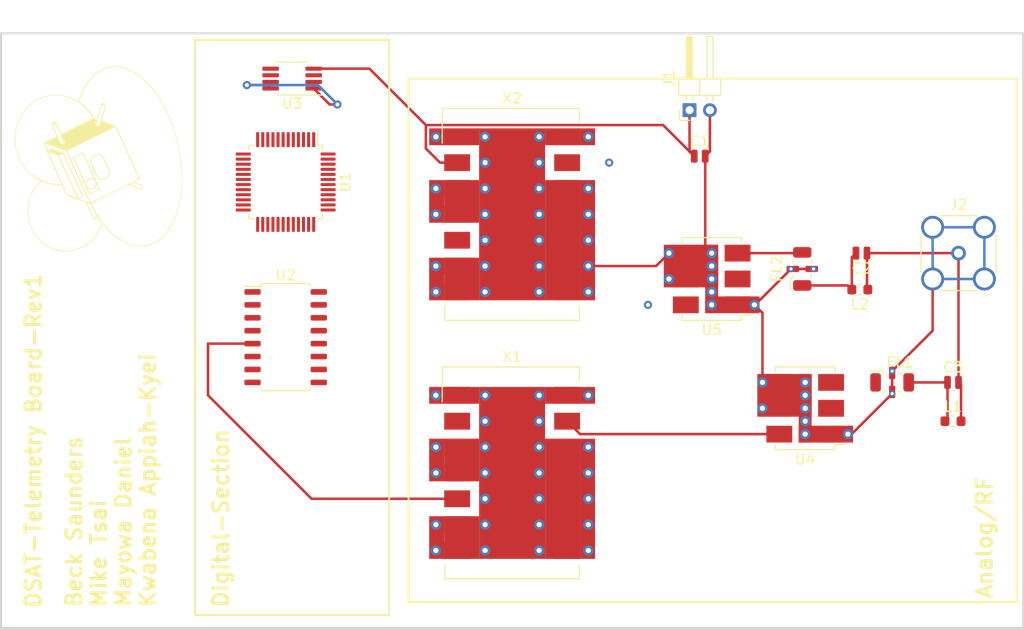
<source format=kicad_pcb>
(kicad_pcb (version 20211014) (generator pcbnew)
  (layers (0 "F.Cu" signal) (31 "B.Cu" signal) (34 "B.Paste" user) (35 "F.Paste" user) (36 "B.SilkS" user "B.Silkscreen") (37 "F.SilkS" user "F.Silkscreen") (38 "B.Mask" user) (39 "F.Mask" user) (44 "Edge.Cuts" user))
  (net 0 "")
  (net 1 "GND")
  (net 2 "Net-(FL1-Pad1)")
  (net 3 "Net-(U3-Pad5)")
  (net 4 "Net-(FL2-Pad3)")
  (net 5 "Net-(U5-Pad6)")
  (net 6 "VCC")
  (net 7 "Net-(U2-Pad5)")
  (net 8 "Net-(U2-Pad12)")
  (net 18 "Net-(U1-Pad10)")
  (net 19 "Net-(U1-Pad37)")
  (net 20 "Net-(U1-Pad38)")
  (net 65 "Net-(C3-Pad1)")
  (net 66 "Net-(C2-Pad1)")
  (net 67 "Net-(FL2-Pad1)")
  (net 68 "Net-(U4-Pad6)")
  (footprint "Filter:Filter_Mini-Circuits_FV1206" (layer "F.Cu") (at 198.66 108.865 90)
    (fp_text reference "FL2" (at 0 -2.5 90) (layer "F.SilkS"))
    (fp_text value "Duplexer")
    (pad "1" smd roundrect (at -1.625 0 90) (size 1.04 1.8) (layers "F.Cu" "F.Paste" "F.Mask") (roundrect_rratio 0.24) (net 67 "Net-(FL2-Pad1)"))
    (pad "2" smd roundrect (at 0 0.9275 90) (size 0.61 1.245) (layers "F.Cu" "F.Paste" "F.Mask") (net 1 "GND"))
    (pad "2" thru_hole circle (at 0 1.105 90) (size 0.61 0.61) (drill 0.3) (layers *.Cu *.Mask) (net 1 "GND"))
    (pad "3" smd roundrect (at 1.625 0 90) (size 1.04 1.8) (layers "F.Cu" "F.Paste" "F.Mask") (roundrect_rratio 0.24) (net 4 "Net-(FL2-Pad3)"))
    (pad "4" thru_hole circle (at 0 -1.105 90) (size 0.61 0.61) (drill 0.3) (layers *.Cu *.Mask) (net 1 "GND"))
    (pad "4" smd roundrect (at 0 -0.9275 90) (size 0.61 1.245) (layers "F.Cu" "F.Paste" "F.Mask") (net 1 "GND"))
  )
  (footprint "Package_QFP:LQFP-48_7x7mm_P0.5mm" (layer "F.Cu") (at 147.955 100.33 -90)
    (fp_text reference "U1" (at 0 -5.85 90) (layer "F.SilkS"))
    (fp_text value "STM32F030C6Tx")
    (pad "1" smd roundrect (at -4.1625 -2.75 270) (size 1.475 0.3) (layers "F.Cu" "F.Paste" "F.Mask") (net 6 "VCC"))
    (pad "2" smd roundrect (at -4.1625 -2.25 270) (size 1.475 0.3) (layers "F.Cu" "F.Paste" "F.Mask"))
    (pad "3" smd roundrect (at -4.1625 -1.75 270) (size 1.475 0.3) (layers "F.Cu" "F.Paste" "F.Mask"))
    (pad "4" smd roundrect (at -4.1625 -1.25 270) (size 1.475 0.3) (layers "F.Cu" "F.Paste" "F.Mask"))
    (pad "5" smd roundrect (at -4.1625 -0.75 270) (size 1.475 0.3) (layers "F.Cu" "F.Paste" "F.Mask"))
    (pad "6" smd roundrect (at -4.1625 -0.25 270) (size 1.475 0.3) (layers "F.Cu" "F.Paste" "F.Mask"))
    (pad "7" smd roundrect (at -4.1625 0.25 270) (size 1.475 0.3) (layers "F.Cu" "F.Paste" "F.Mask"))
    (pad "8" smd roundrect (at -4.1625 0.75 270) (size 1.475 0.3) (layers "F.Cu" "F.Paste" "F.Mask"))
    (pad "9" smd roundrect (at -4.1625 1.25 270) (size 1.475 0.3) (layers "F.Cu" "F.Paste" "F.Mask"))
    (pad "10" smd roundrect (at -4.1625 1.75 270) (size 1.475 0.3) (layers "F.Cu" "F.Paste" "F.Mask") (net 18 "Net-(U1-Pad10)"))
    (pad "11" smd roundrect (at -4.1625 2.25 270) (size 1.475 0.3) (layers "F.Cu" "F.Paste" "F.Mask"))
    (pad "12" smd roundrect (at -4.1625 2.75 270) (size 1.475 0.3) (layers "F.Cu" "F.Paste" "F.Mask"))
    (pad "13" smd roundrect (at -2.75 4.1625 270) (size 0.3 1.475) (layers "F.Cu" "F.Paste" "F.Mask"))
    (pad "14" smd roundrect (at -2.25 4.1625 270) (size 0.3 1.475) (layers "F.Cu" "F.Paste" "F.Mask"))
    (pad "15" smd roundrect (at -1.75 4.1625 270) (size 0.3 1.475) (layers "F.Cu" "F.Paste" "F.Mask"))
    (pad "16" smd roundrect (at -1.25 4.1625 270) (size 0.3 1.475) (layers "F.Cu" "F.Paste" "F.Mask"))
    (pad "17" smd roundrect (at -0.75 4.1625 270) (size 0.3 1.475) (layers "F.Cu" "F.Paste" "F.Mask"))
    (pad "18" smd roundrect (at -0.25 4.1625 270) (size 0.3 1.475) (layers "F.Cu" "F.Paste" "F.Mask"))
    (pad "19" smd roundrect (at 0.25 4.1625 270) (size 0.3 1.475) (layers "F.Cu" "F.Paste" "F.Mask"))
    (pad "20" smd roundrect (at 0.75 4.1625 270) (size 0.3 1.475) (layers "F.Cu" "F.Paste" "F.Mask"))
    (pad "21" smd roundrect (at 1.25 4.1625 270) (size 0.3 1.475) (layers "F.Cu" "F.Paste" "F.Mask"))
    (pad "22" smd roundrect (at 1.75 4.1625 270) (size 0.3 1.475) (layers "F.Cu" "F.Paste" "F.Mask"))
    (pad "23" smd roundrect (at 2.25 4.1625 270) (size 0.3 1.475) (layers "F.Cu" "F.Paste" "F.Mask"))
    (pad "24" smd roundrect (at 2.75 4.1625 270) (size 0.3 1.475) (layers "F.Cu" "F.Paste" "F.Mask"))
    (pad "25" smd roundrect (at 4.1625 2.75 270) (size 1.475 0.3) (layers "F.Cu" "F.Paste" "F.Mask"))
    (pad "26" smd roundrect (at 4.1625 2.25 270) (size 1.475 0.3) (layers "F.Cu" "F.Paste" "F.Mask"))
    (pad "27" smd roundrect (at 4.1625 1.75 270) (size 1.475 0.3) (layers "F.Cu" "F.Paste" "F.Mask"))
    (pad "28" smd roundrect (at 4.1625 1.25 270) (size 1.475 0.3) (layers "F.Cu" "F.Paste" "F.Mask"))
    (pad "29" smd roundrect (at 4.1625 0.75 270) (size 1.475 0.3) (layers "F.Cu" "F.Paste" "F.Mask"))
    (pad "30" smd roundrect (at 4.1625 0.25 270) (size 1.475 0.3) (layers "F.Cu" "F.Paste" "F.Mask"))
    (pad "31" smd roundrect (at 4.1625 -0.25 270) (size 1.475 0.3) (layers "F.Cu" "F.Paste" "F.Mask"))
    (pad "32" smd roundrect (at 4.1625 -0.75 270) (size 1.475 0.3) (layers "F.Cu" "F.Paste" "F.Mask"))
    (pad "33" smd roundrect (at 4.1625 -1.25 270) (size 1.475 0.3) (layers "F.Cu" "F.Paste" "F.Mask"))
    (pad "34" smd roundrect (at 4.1625 -1.75 270) (size 1.475 0.3) (layers "F.Cu" "F.Paste" "F.Mask"))
    (pad "35" smd roundrect (at 4.1625 -2.25 270) (size 1.475 0.3) (layers "F.Cu" "F.Paste" "F.Mask"))
    (pad "36" smd roundrect (at 4.1625 -2.75 270) (size 1.475 0.3) (layers "F.Cu" "F.Paste" "F.Mask"))
    (pad "37" smd roundrect (at 2.75 -4.1625 270) (size 0.3 1.475) (layers "F.Cu" "F.Paste" "F.Mask") (net 19 "Net-(U1-Pad37)"))
    (pad "38" smd roundrect (at 2.25 -4.1625 270) (size 0.3 1.475) (layers "F.Cu" "F.Paste" "F.Mask") (net 20 "Net-(U1-Pad38)"))
    (pad "39" smd roundrect (at 1.75 -4.1625 270) (size 0.3 1.475) (layers "F.Cu" "F.Paste" "F.Mask"))
    (pad "40" smd roundrect (at 1.25 -4.1625 270) (size 0.3 1.475) (layers "F.Cu" "F.Paste" "F.Mask"))
    (pad "41" smd roundrect (at 0.75 -4.1625 270) (size 0.3 1.475) (layers "F.Cu" "F.Paste" "F.Mask"))
    (pad "42" smd roundrect (at 0.25 -4.1625 270) (size 0.3 1.475) (layers "F.Cu" "F.Paste" "F.Mask"))
    (pad "43" smd roundrect (at -0.25 -4.1625 270) (size 0.3 1.475) (layers "F.Cu" "F.Paste" "F.Mask"))
    (pad "44" smd roundrect (at -0.75 -4.1625 270) (size 0.3 1.475) (layers "F.Cu" "F.Paste" "F.Mask"))
    (pad "45" smd roundrect (at -1.25 -4.1625 270) (size 0.3 1.475) (layers "F.Cu" "F.Paste" "F.Mask"))
    (pad "46" smd roundrect (at -1.75 -4.1625 270) (size 0.3 1.475) (layers "F.Cu" "F.Paste" "F.Mask"))
    (pad "47" smd roundrect (at -2.25 -4.1625 270) (size 0.3 1.475) (layers "F.Cu" "F.Paste" "F.Mask"))
    (pad "48" smd roundrect (at -2.75 -4.1625 270) (size 0.3 1.475) (layers "F.Cu" "F.Paste" "F.Mask"))
  )
  (footprint "RF_Mini-Circuits:Mini-Circuits_CD542_LandPatternPL-052" (layer "F.Cu") (at 189.77 109.855 180)
    (fp_text reference "U5" (at 0 -5) (layer "F.SilkS"))
    (fp_text value "Mixer")
    (pad "1" smd rect (at -2.032 -2.54 180) (size 5.334 1.651) (layers "F.Cu") (net 1 "GND"))
    (pad "1" thru_hole circle (at 0 -1.27 180) (size 1.016 1.016) (drill 0.508) (layers *.Cu) (net 1 "GND"))
    (pad "1" thru_hole circle (at 0 -2.54 180) (size 1.016 1.016) (drill 0.508) (layers *.Cu) (net 1 "GND"))
    (pad "1" smd rect (at 0 0 180) (size 1.27 6.731) (layers "F.Cu") (net 1 "GND"))
    (pad "1" thru_hole circle (at -4.191 -2.54 180) (size 1.016 1.016) (drill 0.508) (layers *.Cu) (net 1 "GND"))
    (pad "1" thru_hole circle (at 0 0 180) (size 1.016 1.016) (drill 0.508) (layers *.Cu) (net 1 "GND"))
    (pad "1" thru_hole circle (at 0 1.27 180) (size 1.016 1.016) (drill 0.508) (layers *.Cu) (net 1 "GND"))
    (pad "1" thru_hole circle (at 0 2.54 180) (size 1.016 1.016) (drill 0.508) (layers *.Cu) (net 1 "GND"))
    (pad "1" smd rect (at -2.54 -2.54 180) (size 2.54 1.651) (layers "F.Cu" "F.Paste" "F.Mask") (net 1 "GND"))
    (pad "2" smd rect (at -2.54 0 180) (size 2.54 1.651) (layers "F.Cu" "F.Paste" "F.Mask") (net 3 "Net-(U3-Pad5)") (clearance 0.635))
    (pad "3" smd rect (at -2.54 2.54 180) (size 2.54 1.651) (layers "F.Cu" "F.Paste" "F.Mask") (net 4 "Net-(FL2-Pad3)") (clearance 0.635))
    (pad "4" smd rect (at 2.54 2.54 180) (size 2.54 1.651) (layers "F.Cu" "F.Paste" "F.Mask") (net 1 "GND"))
    (pad "4" thru_hole circle (at 4.191 2.54 180) (size 1.016 1.016) (drill 0.508) (layers *.Cu) (net 1 "GND"))
    (pad "4" smd rect (at 2.032 1.27 180) (size 5.334 4.191) (layers "F.Cu") (net 1 "GND"))
    (pad "5" thru_hole circle (at 4.191 0 180) (size 1.016 1.016) (drill 0.508) (layers *.Cu) (net 1 "GND"))
    (pad "5" smd rect (at 2.54 0 180) (size 2.54 1.651) (layers "F.Cu" "F.Paste" "F.Mask") (net 1 "GND"))
    (pad "6" smd rect (at 2.54 -2.54 180) (size 2.54 1.651) (layers "F.Cu" "F.Paste" "F.Mask") (net 5 "Net-(U5-Pad6)") (clearance 0.635))
  )
  (footprint "Capacitor_SMD:C_0504_1310Metric" (layer "F.Cu") (at 204.47 107.315 180)
    (fp_text reference "C2" (at 0 -1.49) (layer "F.SilkS"))
    (fp_text value "C")
    (pad "1" smd roundrect (at -0.54 0 180) (size 0.66 1.28) (layers "F.Cu" "F.Paste" "F.Mask") (net 66 "Net-(C2-Pad1)"))
    (pad "2" smd roundrect (at 0.54 0 180) (size 0.66 1.28) (layers "F.Cu" "F.Paste" "F.Mask") (net 67 "Net-(FL2-Pad1)"))
  )
  (footprint "Capacitor_SMD:C_0504_1310Metric" (layer "F.Cu") (at 213.455 120.015)
    (fp_text reference "C3" (at 0 -1.49) (layer "F.SilkS"))
    (fp_text value "C")
    (pad "1" smd roundrect (at -0.54 0) (size 0.66 1.28) (layers "F.Cu" "F.Paste" "F.Mask") (net 65 "Net-(C3-Pad1)"))
    (pad "2" smd roundrect (at 0.54 0) (size 0.66 1.28) (layers "F.Cu" "F.Paste" "F.Mask") (net 66 "Net-(C2-Pad1)"))
  )
  (footprint "Connector_Coaxial:SMA_Amphenol_132134-14_Vertical" (layer "F.Cu") (at 213.995 107.315)
    (fp_text reference "J2" (at 0 -4.75) (layer "F.SilkS"))
    (fp_text value "SMA_Connector")
    (pad "1" thru_hole circle (at 0 0) (size 1.44 1.44) (drill 0.89) (layers *.Cu *.Mask) (net 66 "Net-(C2-Pad1)"))
    (pad "2" thru_hole circle (at -2.54 2.54) (size 2.25 2.25) (drill 1.7) (layers *.Cu *.Mask) (net 1 "GND"))
    (pad "2" thru_hole circle (at -2.54 -2.54) (size 2.25 2.25) (drill 1.7) (layers *.Cu *.Mask) (net 1 "GND"))
    (pad "2" thru_hole circle (at 2.54 -2.54) (size 2.25 2.25) (drill 1.7) (layers *.Cu *.Mask) (net 1 "GND"))
    (pad "2" thru_hole circle (at 2.54 2.54) (size 2.25 2.25) (drill 1.7) (layers *.Cu *.Mask) (net 1 "GND"))
  )
  (footprint "RF_Mini-Circuits:Mini-Circuits_CD542_LandPatternPL-052" (layer "F.Cu") (at 198.945 122.555 180)
    (fp_text reference "U4" (at 0 -5) (layer "F.SilkS"))
    (fp_text value "Mixer")
    (pad "1" thru_hole circle (at -4.191 -2.54 180) (size 1.016 1.016) (drill 0.508) (layers *.Cu) (net 1 "GND"))
    (pad "1" thru_hole circle (at 0 -1.27 180) (size 1.016 1.016) (drill 0.508) (layers *.Cu) (net 1 "GND"))
    (pad "1" smd rect (at -2.032 -2.54 180) (size 5.334 1.651) (layers "F.Cu") (net 1 "GND"))
    (pad "1" thru_hole circle (at 0 1.27 180) (size 1.016 1.016) (drill 0.508) (layers *.Cu) (net 1 "GND"))
    (pad "1" thru_hole circle (at 0 -2.54 180) (size 1.016 1.016) (drill 0.508) (layers *.Cu) (net 1 "GND"))
    (pad "1" thru_hole circle (at 0 0 180) (size 1.016 1.016) (drill 0.508) (layers *.Cu) (net 1 "GND"))
    (pad "1" thru_hole circle (at 0 2.54 180) (size 1.016 1.016) (drill 0.508) (layers *.Cu) (net 1 "GND"))
    (pad "1" smd rect (at 0 0 180) (size 1.27 6.731) (layers "F.Cu") (net 1 "GND"))
    (pad "1" smd rect (at -2.54 -2.54 180) (size 2.54 1.651) (layers "F.Cu" "F.Paste" "F.Mask") (net 1 "GND"))
    (pad "2" smd rect (at -2.54 0 180) (size 2.54 1.651) (layers "F.Cu" "F.Paste" "F.Mask") (net 68 "Net-(U4-Pad6)") (clearance 0.635))
    (pad "3" smd rect (at -2.54 2.54 180) (size 2.54 1.651) (layers "F.Cu" "F.Paste" "F.Mask") (net 2 "Net-(FL1-Pad1)") (clearance 0.635))
    (pad "4" smd rect (at 2.032 1.27 180) (size 5.334 4.191) (layers "F.Cu") (net 1 "GND"))
    (pad "4" smd rect (at 2.54 2.54 180) (size 2.54 1.651) (layers "F.Cu" "F.Paste" "F.Mask") (net 1 "GND"))
    (pad "4" thru_hole circle (at 4.191 2.54 180) (size 1.016 1.016) (drill 0.508) (layers *.Cu) (net 1 "GND"))
    (pad "5" smd rect (at 2.54 0 180) (size 2.54 1.651) (layers "F.Cu" "F.Paste" "F.Mask") (net 1 "GND"))
    (pad "5" thru_hole circle (at 4.191 0 180) (size 1.016 1.016) (drill 0.508) (layers *.Cu) (net 1 "GND"))
    (pad "6" smd rect (at 2.54 -2.54 180) (size 2.54 1.651) (layers "F.Cu" "F.Paste" "F.Mask") (net 68 "Net-(U4-Pad6)") (clearance 0.635))
  )
  (footprint "Logos:Logo" (layer "F.Cu") (at 129.54 97.79 90)
    (fp_text reference "G***" hide)
    (fp_text value "LOGO" hide)
  )
  (footprint "RF_Mini-Circuits:Mini-Circuits_BK377_LandPatternPL-005" (layer "F.Cu") (at 170.18 128.905)
    (fp_text reference "X1" (at 0 -11.4) (layer "F.SilkS"))
    (fp_text value "VCO")
    (pad "1" thru_hole circle (at 7.4803 5.08) (size 1.016 1.016) (drill 0.508) (layers *.Cu) (net 1 "GND"))
    (pad "1" smd rect (at 4.953 2.54) (size 3.429 11.811) (layers "F.Cu") (net 1 "GND"))
    (pad "1" smd rect (at -4.953 -7.62) (size 3.429 1.651) (layers "F.Cu") (net 1 "GND"))
    (pad "1" thru_hole circle (at 7.4803 -7.62) (size 1.016 1.016) (drill 0.508) (layers *.Cu) (net 1 "GND"))
    (pad "1" thru_hole circle (at -7.4803 0) (size 1.016 1.016) (drill 0.508) (layers *.Cu) (net 1 "GND"))
    (pad "1" thru_hole circle (at 7.4803 2.54) (size 1.016 1.016) (drill 0.508) (layers *.Cu) (net 1 "GND"))
    (pad "1" thru_hole circle (at 2.6543 0) (size 1.016 1.016) (drill 0.508) (layers *.Cu) (net 1 "GND"))
    (pad "1" thru_hole circle (at 2.6543 -5.08) (size 1.016 1.016) (drill 0.508) (layers *.Cu) (net 1 "GND"))
    (pad "1" thru_hole circle (at 7.4803 0) (size 1.016 1.016) (drill 0.508) (layers *.Cu) (net 1 "GND"))
    (pad "1" thru_hole circle (at -2.6543 0) (size 1.016 1.016) (drill 0.508) (layers *.Cu) (net 1 "GND"))
    (pad "1" thru_hole circle (at 2.6543 2.54) (size 1.016 1.016) (drill 0.508) (layers *.Cu) (net 1 "GND"))
    (pad "1" smd rect (at -6.6675 -7.62) (size 2.54 1.651) (drill (offset 1.27 0)) (layers "F.Cu" "F.Paste" "F.Mask") (net 1 "GND"))
    (pad "1" thru_hole circle (at 2.6543 -2.54) (size 1.016 1.016) (drill 0.508) (layers *.Cu) (net 1 "GND"))
    (pad "1" thru_hole circle (at -7.4803 5.08) (size 1.016 1.016) (drill 0.508) (layers *.Cu) (net 1 "GND"))
    (pad "1" thru_hole circle (at -7.4803 -7.62) (size 1.016 1.016) (drill 0.508) (layers *.Cu) (net 1 "GND"))
    (pad "1" smd rect (at 4.953 -7.62) (size 3.429 1.651) (layers "F.Cu") (net 1 "GND"))
    (pad "1" smd rect (at -4.953 -1.27) (size 3.429 4.191) (layers "F.Cu") (net 1 "GND"))
    (pad "1" smd rect (at 7.4041 2.54) (size 1.4732 11.811) (layers "F.Cu") (net 1 "GND"))
    (pad "1" thru_hole circle (at -7.4803 7.62) (size 1.016 1.016) (drill 0.508) (layers *.Cu) (net 1 "GND"))
    (pad "1" thru_hole circle (at 2.6543 -7.62) (size 1.016 1.016) (drill 0.508) (layers *.Cu) (net 1 "GND"))
    (pad "1" thru_hole circle (at 2.6543 7.62) (size 1.016 1.016) (drill 0.508) (layers *.Cu) (net 1 "GND"))
    (pad "1" thru_hole circle (at -2.6543 5.08) (size 1.016 1.016) (drill 0.508) (layers *.Cu) (net 1 "GND"))
    (pad "1" smd rect (at 7.4041 -7.62) (size 1.4732 1.651) (layers "F.Cu") (net 1 "GND"))
    (pad "1" smd rect (at -7.4041 -7.62) (size 1.4732 1.651) (layers "F.Cu") (net 1 "GND"))
    (pad "1" thru_hole circle (at -2.6543 2.54) (size 1.016 1.016) (drill 0.508) (layers *.Cu) (net 1 "GND"))
    (pad "1" thru_hole circle (at -2.6543 -2.54) (size 1.016 1.016) (drill 0.508) (layers *.Cu) (net 1 "GND"))
    (pad "1" thru_hole circle (at 7.4803 7.62) (size 1.016 1.016) (drill 0.508) (layers *.Cu) (net 1 "GND"))
    (pad "1" smd rect (at -7.4041 -1.27) (size 1.4732 4.191) (layers "F.Cu") (net 1 "GND"))
    (pad "1" smd rect (at 0 0) (size 6.477 16.891) (layers "F.Cu") (net 1 "GND"))
    (pad "1" thru_hole circle (at -7.4803 -2.54) (size 1.016 1.016) (drill 0.508) (layers *.Cu) (net 1 "GND"))
    (pad "1" smd rect (at -7.4041 6.35) (size 1.4732 4.191) (layers "F.Cu") (net 1 "GND"))
    (pad "1" thru_hole circle (at 2.6543 5.08) (size 1.016 1.016) (drill 0.508) (layers *.Cu) (net 1 "GND"))
    (pad "1" thru_hole circle (at -2.6543 -7.62) (size 1.016 1.016) (drill 0.508) (layers *.Cu) (net 1 "GND"))
    (pad "1" smd rect (at -4.953 6.35) (size 3.429 4.191) (layers "F.Cu") (net 1 "GND"))
    (pad "1" thru_hole circle (at -2.6543 7.62) (size 1.016 1.016) (drill 0.508) (layers *.Cu) (net 1 "GND"))
    (pad "1" thru_hole circle (at 7.4803 -2.54) (size 1.016 1.016) (drill 0.508) (layers *.Cu) (net 1 "GND"))
    (pad "1" thru_hole circle (at -2.6543 -5.08) (size 1.016 1.016) (drill 0.508) (layers *.Cu) (net 1 "GND"))
    (pad "2" smd rect (at -5.3975 -5.08) (size 2.54 1.651) (layers "F.Cu" "F.Paste" "F.Mask") (net 6 "VCC") (clearance 0.889))
    (pad "3" smd rect (at -6.6675 -2.54) (size 2.54 1.651) (drill (offset 1.27 0)) (layers "F.Cu" "F.Paste" "F.Mask") (net 1 "GND"))
    (pad "4" smd rect (at -6.6675 0) (size 2.54 1.651) (drill (offset 1.27 0)) (layers "F.Cu" "F.Paste" "F.Mask") (net 1 "GND"))
    (pad "5" smd rect (at -5.3975 2.54) (size 2.54 1.651) (layers "F.Cu" "F.Paste" "F.Mask") (net 7 "Net-(U2-Pad5)") (clearance 0.889))
    (pad "6" smd rect (at -6.6675 5.08) (size 2.54 1.651) (drill (offset 1.27 0)) (layers "F.Cu" "F.Paste" "F.Mask") (net 1 "GND"))
    (pad "7" smd rect (at -6.6675 7.62) (size 2.54 1.651) (drill (offset 1.27 0)) (layers "F.Cu" "F.Paste" "F.Mask") (net 1 "GND"))
    (pad "8" smd rect (at 6.6675 7.62) (size 2.54 1.651) (drill (offset -1.27 0)) (layers "F.Cu" "F.Paste" "F.Mask") (net 1 "GND"))
    (pad "9" smd rect (at 6.6675 5.08) (size 2.54 1.651) (drill (offset -1.27 0)) (layers "F.Cu" "F.Paste" "F.Mask") (net 1 "GND"))
    (pad "10" smd rect (at 6.6675 2.54) (size 2.54 1.651) (drill (offset -1.27 0)) (layers "F.Cu" "F.Paste" "F.Mask") (net 1 "GND"))
    (pad "11" smd rect (at 6.6675 0) (size 2.54 1.651) (drill (offset -1.27 0)) (layers "F.Cu" "F.Paste" "F.Mask") (net 1 "GND"))
    (pad "12" smd rect (at 6.6675 -2.54) (size 2.54 1.651) (drill (offset -1.27 0)) (layers "F.Cu" "F.Paste" "F.Mask") (net 1 "GND"))
    (pad "13" smd rect (at 5.3975 -5.08) (size 2.54 1.651) (layers "F.Cu" "F.Paste" "F.Mask") (net 68 "Net-(U4-Pad6)") (clearance 0.889))
    (pad "14" smd rect (at 5.3975 -7.62) (size 2.54 1.651) (layers "F.Cu" "F.Paste" "F.Mask") (net 1 "GND"))
  )
  (footprint "RF_Mini-Circuits:Mini-Circuits_BK377_LandPatternPL-005" (layer "F.Cu") (at 170.18 103.505)
    (fp_text reference "X2" (at 0 -11.4) (layer "F.SilkS"))
    (fp_text value "VCO")
    (pad "1" smd rect (at 0 0) (size 6.477 16.891) (layers "F.Cu") (net 1 "GND"))
    (pad "1" thru_hole circle (at -7.4803 -7.62) (size 1.016 1.016) (drill 0.508) (layers *.Cu) (net 1 "GND"))
    (pad "1" smd rect (at 7.4041 2.54) (size 1.4732 11.811) (layers "F.Cu") (net 1 "GND"))
    (pad "1" thru_hole circle (at -2.6543 2.54) (size 1.016 1.016) (drill 0.508) (layers *.Cu) (net 1 "GND"))
    (pad "1" thru_hole circle (at -2.6543 -2.54) (size 1.016 1.016) (drill 0.508) (layers *.Cu) (net 1 "GND"))
    (pad "1" thru_hole circle (at -2.6543 0) (size 1.016 1.016) (drill 0.508) (layers *.Cu) (net 1 "GND"))
    (pad "1" smd rect (at -7.4041 -1.27) (size 1.4732 4.191) (layers "F.Cu") (net 1 "GND"))
    (pad "1" smd rect (at -6.6675 -7.62) (size 2.54 1.651) (drill (offset 1.27 0)) (layers "F.Cu" "F.Paste" "F.Mask") (net 1 "GND"))
    (pad "1" thru_hole circle (at -7.4803 5.08) (size 1.016 1.016) (drill 0.508) (layers *.Cu) (net 1 "GND"))
    (pad "1" smd rect (at -7.4041 -7.62) (size 1.4732 1.651) (layers "F.Cu") (net 1 "GND"))
    (pad "1" smd rect (at -4.953 6.35) (size 3.429 4.191) (layers "F.Cu") (net 1 "GND"))
    (pad "1" thru_hole circle (at 2.6543 -2.54) (size 1.016 1.016) (drill 0.508) (layers *.Cu) (net 1 "GND"))
    (pad "1" smd rect (at 4.953 2.54) (size 3.429 11.811) (layers "F.Cu") (net 1 "GND"))
    (pad "1" thru_hole circle (at 2.6543 -7.62) (size 1.016 1.016) (drill 0.508) (layers *.Cu) (net 1 "GND"))
    (pad "1" thru_hole circle (at 7.4803 -2.54) (size 1.016 1.016) (drill 0.508) (layers *.Cu) (net 1 "GND"))
    (pad "1" thru_hole circle (at -7.4803 0) (size 1.016 1.016) (drill 0.508) (layers *.Cu) (net 1 "GND"))
    (pad "1" thru_hole circle (at 2.6543 0) (size 1.016 1.016) (drill 0.508) (layers *.Cu) (net 1 "GND"))
    (pad "1" thru_hole circle (at 2.6543 2.54) (size 1.016 1.016) (drill 0.508) (layers *.Cu) (net 1 "GND"))
    (pad "1" thru_hole circle (at -7.4803 -2.54) (size 1.016 1.016) (drill 0.508) (layers *.Cu) (net 1 "GND"))
    (pad "1" smd rect (at -4.953 -7.62) (size 3.429 1.651) (layers "F.Cu") (net 1 "GND"))
    (pad "1" thru_hole circle (at 2.6543 7.62) (size 1.016 1.016) (drill 0.508) (layers *.Cu) (net 1 "GND"))
    (pad "1" thru_hole circle (at 7.4803 5.08) (size 1.016 1.016) (drill 0.508) (layers *.Cu) (net 1 "GND"))
    (pad "1" thru_hole circle (at -2.6543 7.62) (size 1.016 1.016) (drill 0.508) (layers *.Cu) (net 1 "GND"))
    (pad "1" smd rect (at 7.4041 -7.62) (size 1.4732 1.651) (layers "F.Cu") (net 1 "GND"))
    (pad "1" thru_hole circle (at 7.4803 7.62) (size 1.016 1.016) (drill 0.508) (layers *.Cu) (net 1 "GND"))
    (pad "1" smd rect (at -7.4041 6.35) (size 1.4732 4.191) (layers "F.Cu") (net 1 "GND"))
    (pad "1" smd rect (at 4.953 -7.62) (size 3.429 1.651) (layers "F.Cu") (net 1 "GND"))
    (pad "1" thru_hole circle (at -2.6543 -5.08) (size 1.016 1.016) (drill 0.508) (layers *.Cu) (net 1 "GND"))
    (pad "1" thru_hole circle (at -2.6543 -7.62) (size 1.016 1.016) (drill 0.508) (layers *.Cu) (net 1 "GND"))
    (pad "1" thru_hole circle (at 2.6543 5.08) (size 1.016 1.016) (drill 0.508) (layers *.Cu) (net 1 "GND"))
    (pad "1" thru_hole circle (at 7.4803 2.54) (size 1.016 1.016) (drill 0.508) (layers *.Cu) (net 1 "GND"))
    (pad "1" thru_hole circle (at 7.4803 0) (size 1.016 1.016) (drill 0.508) (layers *.Cu) (net 1 "GND"))
    (pad "1" thru_hole circle (at -2.6543 5.08) (size 1.016 1.016) (drill 0.508) (layers *.Cu) (net 1 "GND"))
    (pad "1" thru_hole circle (at 2.6543 -5.08) (size 1.016 1.016) (drill 0.508) (layers *.Cu) (net 1 "GND"))
    (pad "1" smd rect (at -4.953 -1.27) (size 3.429 4.191) (layers "F.Cu") (net 1 "GND"))
    (pad "1" thru_hole circle (at 7.4803 -7.62) (size 1.016 1.016) (drill 0.508) (layers *.Cu) (net 1 "GND"))
    (pad "1" thru_hole circle (at -7.4803 7.62) (size 1.016 1.016) (drill 0.508) (layers *.Cu) (net 1 "GND"))
    (pad "2" smd rect (at -5.3975 -5.08) (size 2.54 1.651) (layers "F.Cu" "F.Paste" "F.Mask") (net 6 "VCC") (clearance 0.889))
    (pad "3" smd rect (at -6.6675 -2.54) (size 2.54 1.651) (drill (offset 1.27 0)) (layers "F.Cu" "F.Paste" "F.Mask") (net 1 "GND"))
    (pad "4" smd rect (at -6.6675 0) (size 2.54 1.651) (drill (offset 1.27 0)) (layers "F.Cu" "F.Paste" "F.Mask") (net 1 "GND"))
    (pad "5" smd rect (at -5.3975 2.54) (size 2.54 1.651) (layers "F.Cu" "F.Paste" "F.Mask") (net 8 "Net-(U2-Pad12)") (clearance 0.889))
    (pad "6" smd rect (at -6.6675 5.08) (size 2.54 1.651) (drill (offset 1.27 0)) (layers "F.Cu" "F.Paste" "F.Mask") (net 1 "GND"))
    (pad "7" smd rect (at -6.6675 7.62) (size 2.54 1.651) (drill (offset 1.27 0)) (layers "F.Cu" "F.Paste" "F.Mask") (net 1 "GND"))
    (pad "8" smd rect (at 6.6675 7.62) (size 2.54 1.651) (drill (offset -1.27 0)) (layers "F.Cu" "F.Paste" "F.Mask") (net 1 "GND"))
    (pad "9" smd rect (at 6.6675 5.08) (size 2.54 1.651) (drill (offset -1.27 0)) (layers "F.Cu" "F.Paste" "F.Mask") (net 1 "GND"))
    (pad "10" smd rect (at 6.6675 2.54) (size 2.54 1.651) (drill (offset -1.27 0)) (layers "F.Cu" "F.Paste" "F.Mask") (net 1 "GND"))
    (pad "11" smd rect (at 6.6675 0) (size 2.54 1.651) (drill (offset -1.27 0)) (layers "F.Cu" "F.Paste" "F.Mask") (net 1 "GND"))
    (pad "12" smd rect (at 6.6675 -2.54) (size 2.54 1.651) (drill (offset -1.27 0)) (layers "F.Cu" "F.Paste" "F.Mask") (net 1 "GND"))
    (pad "13" smd rect (at 5.3975 -5.08) (size 2.54 1.651) (layers "F.Cu" "F.Paste" "F.Mask") (net 5 "Net-(U5-Pad6)") (clearance 0.889))
    (pad "14" smd rect (at 5.3975 -7.62) (size 2.54 1.651) (layers "F.Cu" "F.Paste" "F.Mask") (net 1 "GND"))
  )
  (footprint "Inductor_SMD:L_0603_1608Metric" (layer "F.Cu") (at 213.455 123.825)
    (fp_text reference "L1" (at 0 -1.43) (layer "F.SilkS"))
    (fp_text value "L")
    (pad "1" smd roundrect (at -0.7875 0) (size 0.875 0.95) (layers "F.Cu" "F.Paste" "F.Mask") (net 65 "Net-(C3-Pad1)"))
    (pad "2" smd roundrect (at 0.7875 0) (size 0.875 0.95) (layers "F.Cu" "F.Paste" "F.Mask") (net 66 "Net-(C2-Pad1)"))
  )
  (footprint "Capacitor_SMD:C_0504_1310Metric" (layer "F.Cu") (at 188.595 97.79)
    (fp_text reference "C1" (at 0 -1.49) (layer "F.SilkS"))
    (fp_text value "C")
    (pad "1" smd roundrect (at -0.54 0) (size 0.66 1.28) (layers "F.Cu" "F.Paste" "F.Mask") (net 6 "VCC"))
    (pad "2" smd roundrect (at 0.54 0) (size 0.66 1.28) (layers "F.Cu" "F.Paste" "F.Mask") (net 1 "GND"))
  )
  (footprint "Inductor_SMD:L_0603_1608Metric" (layer "F.Cu") (at 204.31 110.9 180)
    (fp_text reference "L2" (at 0 -1.43) (layer "F.SilkS"))
    (fp_text value "L")
    (pad "1" smd roundrect (at -0.7875 0 180) (size 0.875 0.95) (layers "F.Cu" "F.Paste" "F.Mask") (net 66 "Net-(C2-Pad1)"))
    (pad "2" smd roundrect (at 0.7875 0 180) (size 0.875 0.95) (layers "F.Cu" "F.Paste" "F.Mask") (net 67 "Net-(FL2-Pad1)"))
  )
  (footprint "Package_SO:MSOP-8_3x3mm_P0.65mm" (layer "F.Cu") (at 148.59 90.17 180)
    (fp_text reference "U3" (at 0 -2.45) (layer "F.SilkS"))
    (fp_text value "ADC")
    (pad "1" smd roundrect (at -2.1125 -0.975 180) (size 1.625 0.4) (layers "F.Cu" "F.Paste" "F.Mask") (net 1 "GND"))
    (pad "2" smd roundrect (at -2.1125 -0.325 180) (size 1.625 0.4) (layers "F.Cu" "F.Paste" "F.Mask") (net 1 "GND"))
    (pad "3" smd roundrect (at -2.1125 0.325 180) (size 1.625 0.4) (layers "F.Cu" "F.Paste" "F.Mask") (net 19 "Net-(U1-Pad37)"))
    (pad "4" smd roundrect (at -2.1125 0.975 180) (size 1.625 0.4) (layers "F.Cu" "F.Paste" "F.Mask") (net 6 "VCC"))
    (pad "5" smd roundrect (at 2.1125 0.975 180) (size 1.625 0.4) (layers "F.Cu" "F.Paste" "F.Mask") (net 3 "Net-(U3-Pad5)"))
    (pad "6" smd roundrect (at 2.1125 0.325 180) (size 1.625 0.4) (layers "F.Cu" "F.Paste" "F.Mask") (net 20 "Net-(U1-Pad38)"))
    (pad "7" smd roundrect (at 2.1125 -0.325 180) (size 1.625 0.4) (layers "F.Cu" "F.Paste" "F.Mask") (net 1 "GND"))
    (pad "8" smd roundrect (at 2.1125 -0.975 180) (size 1.625 0.4) (layers "F.Cu" "F.Paste" "F.Mask") (net 1 "GND"))
  )
  (footprint "Package_SO:SOIC-16_4.55x10.3mm_P1.27mm" (layer "F.Cu") (at 147.955 115.57)
    (fp_text reference "U2" (at 0 -6.1) (layer "F.SilkS"))
    (fp_text value "DAC08")
    (pad "1" smd roundrect (at -3.25 -4.445) (size 1.6 0.55) (layers "F.Cu" "F.Paste" "F.Mask"))
    (pad "2" smd roundrect (at -3.25 -3.175) (size 1.6 0.55) (layers "F.Cu" "F.Paste" "F.Mask"))
    (pad "3" smd roundrect (at -3.25 -1.905) (size 1.6 0.55) (layers "F.Cu" "F.Paste" "F.Mask") (net 1 "GND"))
    (pad "4" smd roundrect (at -3.25 -0.635) (size 1.6 0.55) (layers "F.Cu" "F.Paste" "F.Mask"))
    (pad "5" smd roundrect (at -3.25 0.635) (size 1.6 0.55) (layers "F.Cu" "F.Paste" "F.Mask") (net 7 "Net-(U2-Pad5)"))
    (pad "6" smd roundrect (at -3.25 1.905) (size 1.6 0.55) (layers "F.Cu" "F.Paste" "F.Mask"))
    (pad "7" smd roundrect (at -3.25 3.175) (size 1.6 0.55) (layers "F.Cu" "F.Paste" "F.Mask"))
    (pad "8" smd roundrect (at -3.25 4.445) (size 1.6 0.55) (layers "F.Cu" "F.Paste" "F.Mask"))
    (pad "9" smd roundrect (at 3.25 4.445) (size 1.6 0.55) (layers "F.Cu" "F.Paste" "F.Mask"))
    (pad "10" smd roundrect (at 3.25 3.175) (size 1.6 0.55) (layers "F.Cu" "F.Paste" "F.Mask"))
    (pad "11" smd roundrect (at 3.25 1.905) (size 1.6 0.55) (layers "F.Cu" "F.Paste" "F.Mask") (net 68 "Net-(U4-Pad6)"))
    (pad "12" smd roundrect (at 3.25 0.635) (size 1.6 0.55) (layers "F.Cu" "F.Paste" "F.Mask") (net 8 "Net-(U2-Pad12)"))
    (pad "13" smd roundrect (at 3.25 -0.635) (size 1.6 0.55) (layers "F.Cu" "F.Paste" "F.Mask") (net 6 "VCC"))
    (pad "14" smd roundrect (at 3.25 -1.905) (size 1.6 0.55) (layers "F.Cu" "F.Paste" "F.Mask"))
    (pad "15" smd roundrect (at 3.25 -3.175) (size 1.6 0.55) (layers "F.Cu" "F.Paste" "F.Mask") (net 18 "Net-(U1-Pad10)"))
    (pad "16" smd roundrect (at 3.25 -4.445) (size 1.6 0.55) (layers "F.Cu" "F.Paste" "F.Mask") (net 8 "Net-(U2-Pad12)"))
  )
  (footprint "Filter:Filter_Mini-Circuits_FV1206" (layer "F.Cu") (at 207.48 120.015)
    (fp_text reference "FL1" (at 0.765 -1.99) (layer "F.SilkS"))
    (fp_text value "Duplexer")
    (pad "1" smd roundrect (at -1.625 0) (size 1.04 1.8) (layers "F.Cu" "F.Paste" "F.Mask") (roundrect_rratio 0.24) (net 2 "Net-(FL1-Pad1)"))
    (pad "2" smd roundrect (at 0 0.9275) (size 0.61 1.245) (layers "F.Cu" "F.Paste" "F.Mask") (net 1 "GND"))
    (pad "2" thru_hole circle (at 0 1.105) (size 0.61 0.61) (drill 0.3) (layers *.Cu *.Mask) (net 1 "GND"))
    (pad "3" smd roundrect (at 1.625 0) (size 1.04 1.8) (layers "F.Cu" "F.Paste" "F.Mask") (roundrect_rratio 0.24) (net 65 "Net-(C3-Pad1)"))
    (pad "4" smd roundrect (at 0 -0.9275) (size 0.61 1.245) (layers "F.Cu" "F.Paste" "F.Mask") (net 1 "GND"))
    (pad "4" thru_hole circle (at 0 -1.105) (size 0.61 0.61) (drill 0.3) (layers *.Cu *.Mask) (net 1 "GND"))
  )
  (footprint "Connector_PinHeader_2.00mm:PinHeader_1x02_P2.00mm_Horizontal" (layer "F.Cu") (at 187.595 93.27 90)
    (fp_text reference "J1" (at 3.1 -2 90) (layer "F.SilkS"))
    (fp_text value "Conn_01x02_Female")
    (pad "1" thru_hole rect (at 0 0 90) (size 1.35 1.35) (drill 0.8) (layers *.Cu *.Mask) (net 6 "VCC"))
    (pad "2" thru_hole oval (at 0 2 90) (size 1.35 1.35) (drill 0.8) (layers *.Cu *.Mask) (net 1 "GND"))
  )
  (gr_rect (start 151.765 132.715) (end 151.765 132.715) (layer "F.Cu") (width 0.2) (fill none))
  (gr_rect (start 160.02 90.17) (end 219.71 141.605) (layer "F.SilkS") (width 0.2) (fill none))
  (gr_rect (start 158.115 142.875) (end 139.065 86.36) (layer "F.SilkS") (width 0.2) (fill none))
  (gr_rect (start 220.345 144.145) (end 120.015 85.725) (layer "Edge.Cuts") (width 0.2) (fill none))
  (gr_text "Digital-Section\n" (at 141.605 133.35 90) (layer "F.SilkS") (effects (font (size 1.5 1.5) (thickness 0.3))))
  (gr_text "DSAT-Telemetry Board-Rev1" (at 123.19 125.73 90) (layer "F.SilkS") (effects (font (size 1.5 1.5) (thickness 0.3))))
  (gr_text "Beck Saunders\nMike Tsai\nMayowa Daniel\nKwabena Appiah-Kyei" (at 130.81 142.24 90) (layer "F.SilkS") (effects (font (size 1.5 1.5) (thickness 0.3)) (justify left)))
  (gr_text "Analog/RF" (at 216.535 135.255 90) (layer "F.SilkS") (effects (font (size 1.5 1.5) (thickness 0.3))))
  (via (at 183.515 112.395) (size 0.8) (drill 0.4) (layers "F.Cu" "B.Cu") (net 0))
  (via (at 179.705 98.425) (size 0.8) (drill 0.4) (layers "F.Cu" "B.Cu") (net 0))
  (segment (start 194.025 112.395) (end 193.961 112.395) (width 0.25) (layer "F.Cu") (net 1))
  (segment (start 211.455 114.935) (end 207.645 118.745) (width 0.25) (layer "F.Cu") (net 1))
  (segment (start 185.579 107.315) (end 184.309 108.585) (width 0.25) (layer "F.Cu") (net 1))
  (segment (start 153.035 92.71) (end 152.2675 92.71) (width 0.25) (layer "F.Cu") (net 1))
  (segment (start 189.595 97.33) (end 189.135 97.79) (width 0.25) (layer "F.Cu") (net 1))
  (segment (start 199.765 108.865) (end 197.7325 108.865) (width 0.25) (layer "F.Cu") (net 1))
  (segment (start 184.309 108.585) (end 177.6603 108.585) (width 0.25) (layer "F.Cu") (net 1))
  (segment (start 189.135 97.79) (end 189.135 106.68) (width 0.25) (layer "F.Cu") (net 1))
  (segment (start 144.145 90.805) (end 146.1375 90.805) (width 0.25) (layer "F.Cu") (net 1))
  (segment (start 150.7025 91.145) (end 150.7025 90.495) (width 0.25) (layer "F.Cu") (net 1))
  (segment (start 194.754 113.188) (end 193.961 112.395) (width 0.25) (layer "F.Cu") (net 1))
  (segment (start 146.1375 90.805) (end 146.4775 91.145) (width 0.25) (layer "F.Cu") (net 1))
  (segment (start 152.2675 92.71) (end 150.7025 91.145) (width 0.25) (layer "F.Cu") (net 1))
  (segment (start 207.48 119.0875) (end 207.48 121.12) (width 0.25) (layer "F.Cu") (net 1))
  (segment (start 194.754 120.015) (end 194.754 113.188) (width 0.25) (layer "F.Cu") (net 1))
  (segment (start 207.48 118.91) (end 207.48 119.0875) (width 0.25) (layer "F.Cu") (net 1))
  (segment (start 207.48 121.12) (end 203.505 125.095) (width 0.25) (layer "F.Cu") (net 1))
  (segment (start 189.135 106.68) (end 189.77 107.315) (width 0.25) (layer "F.Cu") (net 1))
  (segment (start 197.555 108.865) (end 194.025 112.395) (width 0.25) (layer "F.Cu") (net 1))
  (segment (start 203.505 125.095) (end 203.136 125.095) (width 0.25) (layer "F.Cu") (net 1))
  (segment (start 211.455 109.855) (end 211.455 114.935) (width 0.25) (layer "F.Cu") (net 1))
  (segment (start 189.595 93.27) (end 189.595 97.33) (width 0.25) (layer "F.Cu") (net 1))
  (segment (start 207.645 118.745) (end 207.48 118.91) (width 0.25) (layer "F.Cu") (net 1))
  (via (at 153.035 92.71) (size 0.8) (drill 0.4) (layers "F.Cu" "B.Cu") (net 1))
  (via (at 144.145 90.805) (size 0.8) (drill 0.4) (layers "F.Cu" "B.Cu") (net 1))
  (segment (start 216.535 104.775) (end 211.455 104.775) (width 0.25) (layer "B.Cu") (net 1))
  (segment (start 216.535 109.855) (end 216.535 104.775) (width 0.25) (layer "B.Cu") (net 1))
  (segment (start 151.13 90.805) (end 144.145 90.805) (width 0.25) (layer "B.Cu") (net 1))
  (segment (start 153.035 92.71) (end 151.13 90.805) (width 0.25) (layer "B.Cu") (net 1))
  (segment (start 211.455 104.775) (end 211.455 109.855) (width 0.25) (layer "B.Cu") (net 1))
  (segment (start 211.455 109.855) (end 216.535 109.855) (width 0.25) (layer "B.Cu") (net 1))
  (segment (start 198.66 107.24) (end 198.585 107.315) (width 0.25) (layer "F.Cu") (net 4))
  (segment (start 198.585 107.315) (end 192.31 107.315) (width 0.25) (layer "F.Cu") (net 4))
  (segment (start 188.055 97.79) (end 184.9995 94.7345) (width 0.25) (layer "F.Cu") (net 6))
  (segment (start 156.1748 89.195) (end 161.7143 94.7345) (width 0.25) (layer "F.Cu") (net 6))
  (segment (start 161.7143 94.7345) (end 161.7143 97.0355) (width 0.25) (layer "F.Cu") (net 6))
  (segment (start 187.595 97.33) (end 188.055 97.79) (width 0.25) (layer "F.Cu") (net 6))
  (segment (start 163.1038 98.425) (end 164.7825 98.425) (width 0.25) (layer "F.Cu") (net 6))
  (segment (start 187.595 93.27) (end 187.595 97.33) (width 0.25) (layer "F.Cu") (net 6))
  (segment (start 161.7143 97.0355) (end 163.1038 98.425) (width 0.25) (layer "F.Cu") (net 6))
  (segment (start 184.9995 94.7345) (end 161.7143 94.7345) (width 0.25) (layer "F.Cu") (net 6))
  (segment (start 150.7025 89.195) (end 156.1748 89.195) (width 0.25) (layer "F.Cu") (net 6))
  (segment (start 150.495 131.445) (end 140.335 121.285) (width 0.25) (layer "F.Cu") (net 7))
  (segment (start 140.335 121.285) (end 140.335 116.205) (width 0.25) (layer "F.Cu") (net 7))
  (segment (start 164.7825 131.445) (end 150.495 131.445) (width 0.25) (layer "F.Cu") (net 7))
  (segment (start 140.335 116.205) (end 144.705 116.205) (width 0.25) (layer "F.Cu") (net 7))
  (segment (start 212.915 123.5775) (end 212.6675 123.825) (width 0.25) (layer "F.Cu") (net 65))
  (segment (start 212.915 120.015) (end 212.915 123.5775) (width 0.25) (layer "F.Cu") (net 65))
  (segment (start 212.915 120.015) (end 209.105 120.015) (width 0.25) (layer "F.Cu") (net 65))
  (segment (start 214.2425 120.2625) (end 213.995 120.015) (width 0.25) (layer "F.Cu") (net 66))
  (segment (start 205.01 107.315) (end 213.995 107.315) (width 0.25) (layer "F.Cu") (net 66))
  (segment (start 205.01 110.8125) (end 205.0975 110.9) (width 0.25) (layer "F.Cu") (net 66))
  (segment (start 214.2425 123.825) (end 214.2425 120.2625) (width 0.25) (layer "F.Cu") (net 66))
  (segment (start 205.01 107.315) (end 205.01 110.8125) (width 0.25) (layer "F.Cu") (net 66))
  (segment (start 213.995 120.015) (end 213.995 107.315) (width 0.25) (layer "F.Cu") (net 66))
  (segment (start 203.5225 110.9) (end 203.5225 107.7225) (width 0.25) (layer "F.Cu") (net 67))
  (segment (start 203.1125 110.49) (end 198.66 110.49) (width 0.25) (layer "F.Cu") (net 67))
  (segment (start 203.5225 107.7225) (end 203.93 107.315) (width 0.25) (layer "F.Cu") (net 67))
  (segment (start 203.5225 110.9) (end 203.1125 110.49) (width 0.25) (layer "F.Cu") (net 67))
  (segment (start 176.8475 125.095) (end 175.5775 123.825) (width 0.25) (layer "F.Cu") (net 68))
  (segment (start 196.405 125.095) (end 176.8475 125.095) (width 0.25) (layer "F.Cu") (net 68))
)
</source>
